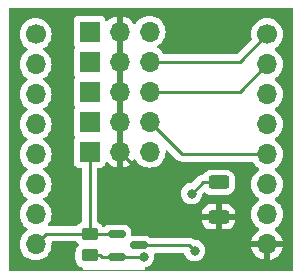
<source format=gbr>
%TF.GenerationSoftware,KiCad,Pcbnew,7.0.10*%
%TF.CreationDate,2024-08-23T10:21:53-04:00*%
%TF.ProjectId,mks_wifi_breakout,6d6b735f-7769-4666-995f-627265616b6f,rev?*%
%TF.SameCoordinates,Original*%
%TF.FileFunction,Copper,L2,Bot*%
%TF.FilePolarity,Positive*%
%FSLAX46Y46*%
G04 Gerber Fmt 4.6, Leading zero omitted, Abs format (unit mm)*
G04 Created by KiCad (PCBNEW 7.0.10) date 2024-08-23 10:21:53*
%MOMM*%
%LPD*%
G01*
G04 APERTURE LIST*
G04 Aperture macros list*
%AMRoundRect*
0 Rectangle with rounded corners*
0 $1 Rounding radius*
0 $2 $3 $4 $5 $6 $7 $8 $9 X,Y pos of 4 corners*
0 Add a 4 corners polygon primitive as box body*
4,1,4,$2,$3,$4,$5,$6,$7,$8,$9,$2,$3,0*
0 Add four circle primitives for the rounded corners*
1,1,$1+$1,$2,$3*
1,1,$1+$1,$4,$5*
1,1,$1+$1,$6,$7*
1,1,$1+$1,$8,$9*
0 Add four rect primitives between the rounded corners*
20,1,$1+$1,$2,$3,$4,$5,0*
20,1,$1+$1,$4,$5,$6,$7,0*
20,1,$1+$1,$6,$7,$8,$9,0*
20,1,$1+$1,$8,$9,$2,$3,0*%
G04 Aperture macros list end*
%TA.AperFunction,ComponentPad*%
%ADD10R,1.700000X1.700000*%
%TD*%
%TA.AperFunction,ComponentPad*%
%ADD11O,1.700000X1.700000*%
%TD*%
%TA.AperFunction,SMDPad,CuDef*%
%ADD12RoundRect,0.150000X-0.587500X-0.150000X0.587500X-0.150000X0.587500X0.150000X-0.587500X0.150000X0*%
%TD*%
%TA.AperFunction,ComponentPad*%
%ADD13C,1.700000*%
%TD*%
%TA.AperFunction,SMDPad,CuDef*%
%ADD14RoundRect,0.250000X0.450000X-0.262500X0.450000X0.262500X-0.450000X0.262500X-0.450000X-0.262500X0*%
%TD*%
%TA.AperFunction,SMDPad,CuDef*%
%ADD15RoundRect,0.250000X0.625000X-0.312500X0.625000X0.312500X-0.625000X0.312500X-0.625000X-0.312500X0*%
%TD*%
%TA.AperFunction,ViaPad*%
%ADD16C,0.800000*%
%TD*%
%TA.AperFunction,Conductor*%
%ADD17C,0.250000*%
%TD*%
%TA.AperFunction,Profile*%
%ADD18C,0.100000*%
%TD*%
G04 APERTURE END LIST*
D10*
%TO.P,PA10,1,Pin_1*%
%TO.N,+3V3*%
X136652000Y-74168000D03*
D11*
%TO.P,PA10,2,Pin_2*%
%TO.N,GND*%
X139192000Y-74168000D03*
%TO.P,PA10,3,Pin_3*%
%TO.N,/PA10*%
X141732000Y-74168000D03*
%TD*%
D10*
%TO.P,PA9,1,Pin_1*%
%TO.N,+3V3*%
X136652000Y-76708000D03*
D11*
%TO.P,PA9,2,Pin_2*%
%TO.N,GND*%
X139192000Y-76708000D03*
%TO.P,PA9,3,Pin_3*%
%TO.N,/PA9*%
X141732000Y-76708000D03*
%TD*%
D10*
%TO.P,PC7,1,Pin_1*%
%TO.N,+3V3*%
X136652000Y-71628000D03*
D11*
%TO.P,PC7,2,Pin_2*%
%TO.N,GND*%
X139192000Y-71628000D03*
%TO.P,PC7,3,Pin_3*%
%TO.N,/IO1*%
X141732000Y-71628000D03*
%TD*%
D10*
%TO.P,PA8,1,Pin_1*%
%TO.N,+3V3*%
X136652000Y-79248000D03*
D11*
%TO.P,PA8,2,Pin_2*%
%TO.N,GND*%
X139192000Y-79248000D03*
%TO.P,PA8,3,Pin_3*%
%TO.N,/IO0*%
X141732000Y-79248000D03*
%TD*%
D10*
%TO.P,PA5,1,Pin_1*%
%TO.N,+3V3*%
X136652000Y-81788000D03*
D11*
%TO.P,PA5,2,Pin_2*%
%TO.N,GND*%
X139192000Y-81788000D03*
%TO.P,PA5,3,Pin_3*%
%TO.N,/PA5*%
X141732000Y-81788000D03*
%TD*%
D12*
%TO.P,Q1,1,G*%
%TO.N,/PA9*%
X138938000Y-90678000D03*
%TO.P,Q1,2,S*%
%TO.N,+3V3*%
X138938000Y-88778000D03*
%TO.P,Q1,3,D*%
%TO.N,Net-(BZ1-+)*%
X140813000Y-89728000D03*
%TD*%
D13*
%TO.P,BLACK,1,Pin_1*%
%TO.N,/PA5*%
X132080000Y-71850000D03*
D11*
%TO.P,BLACK,2,Pin_2*%
%TO.N,unconnected-(J2-Pin_2-Pad2)*%
X132080000Y-74390000D03*
%TO.P,BLACK,3,Pin_3*%
%TO.N,unconnected-(J2-Pin_3-Pad3)*%
X132080000Y-76930000D03*
%TO.P,BLACK,4,Pin_4*%
%TO.N,unconnected-(J2-Pin_4-Pad4)*%
X132080000Y-79470000D03*
%TO.P,BLACK,5,Pin_5*%
%TO.N,unconnected-(J2-Pin_5-Pad5)*%
X132080000Y-82010000D03*
%TO.P,BLACK,6,Pin_6*%
%TO.N,unconnected-(J2-Pin_6-Pad6)*%
X132080000Y-84550000D03*
%TO.P,BLACK,7,Pin_7*%
%TO.N,unconnected-(J2-Pin_7-Pad7)*%
X132080000Y-87090000D03*
%TO.P,BLACK,8,Pin_8*%
%TO.N,+3V3*%
X132080000Y-89630000D03*
%TD*%
D14*
%TO.P,R2,1*%
%TO.N,/PA9*%
X136652000Y-90574500D03*
%TO.P,R2,2*%
%TO.N,+3V3*%
X136652000Y-88749500D03*
%TD*%
D15*
%TO.P,R1,1*%
%TO.N,GND*%
X147574000Y-87314500D03*
%TO.P,R1,2*%
%TO.N,Net-(BZ1--)*%
X147574000Y-84389500D03*
%TD*%
D13*
%TO.P,GREEN,1,Pin_1*%
%TO.N,/PA10*%
X151680000Y-71850000D03*
D11*
%TO.P,GREEN,2,Pin_2*%
%TO.N,/PA9*%
X151680000Y-74390000D03*
%TO.P,GREEN,3,Pin_3*%
%TO.N,unconnected-(J1-Pin_3-Pad3)*%
X151680000Y-76930000D03*
%TO.P,GREEN,4,Pin_4*%
%TO.N,/IO1*%
X151680000Y-79470000D03*
%TO.P,GREEN,5,Pin_5*%
%TO.N,/IO0*%
X151680000Y-82010000D03*
%TO.P,GREEN,6,Pin_6*%
%TO.N,unconnected-(J1-Pin_6-Pad6)*%
X151680000Y-84550000D03*
%TO.P,GREEN,7,Pin_7*%
%TO.N,unconnected-(J1-Pin_7-Pad7)*%
X151680000Y-87090000D03*
%TO.P,GREEN,8,Pin_8*%
%TO.N,GND*%
X151680000Y-89630000D03*
%TD*%
D16*
%TO.N,Net-(BZ1-+)*%
X145542000Y-90170000D03*
%TO.N,Net-(BZ1--)*%
X145288000Y-85344000D03*
%TO.N,/PA9*%
X141224000Y-90678000D03*
%TD*%
D17*
%TO.N,Net-(BZ1-+)*%
X140813000Y-89728000D02*
X145100000Y-89728000D01*
X145100000Y-89728000D02*
X145542000Y-90170000D01*
%TO.N,Net-(BZ1--)*%
X147574000Y-84389500D02*
X146242500Y-84389500D01*
X146242500Y-84389500D02*
X145288000Y-85344000D01*
%TO.N,/PA10*%
X149362000Y-74168000D02*
X151680000Y-71850000D01*
X141732000Y-74168000D02*
X149362000Y-74168000D01*
%TO.N,/PA9*%
X136652000Y-90574500D02*
X137564500Y-90574500D01*
X137564500Y-90574500D02*
X137668000Y-90678000D01*
X149362000Y-76708000D02*
X151680000Y-74390000D01*
X141224000Y-90678000D02*
X138938000Y-90678000D01*
X137668000Y-90678000D02*
X138938000Y-90678000D01*
X141732000Y-76708000D02*
X149362000Y-76708000D01*
%TO.N,/IO0*%
X141732000Y-79248000D02*
X144494000Y-82010000D01*
X144494000Y-82010000D02*
X151680000Y-82010000D01*
%TO.N,GND*%
X139192000Y-81788000D02*
X144718500Y-87314500D01*
X147574000Y-87314500D02*
X147574000Y-88646000D01*
X147574000Y-88646000D02*
X148558000Y-89630000D01*
X144718500Y-87314500D02*
X147574000Y-87314500D01*
X148558000Y-89630000D02*
X151680000Y-89630000D01*
%TO.N,+3V3*%
X136652000Y-88749500D02*
X132960500Y-88749500D01*
X136680500Y-88778000D02*
X136652000Y-88749500D01*
X136652000Y-81788000D02*
X136652000Y-88749500D01*
X132960500Y-88749500D02*
X132080000Y-89630000D01*
X138938000Y-88778000D02*
X136680500Y-88778000D01*
%TD*%
%TA.AperFunction,Conductor*%
%TO.N,GND*%
G36*
X153742539Y-69620185D02*
G01*
X153788294Y-69672989D01*
X153799500Y-69724500D01*
X153799500Y-91675500D01*
X153779815Y-91742539D01*
X153727011Y-91788294D01*
X153675500Y-91799500D01*
X141458704Y-91799500D01*
X141391665Y-91779815D01*
X141345910Y-91727011D01*
X141335966Y-91657853D01*
X141364991Y-91594297D01*
X141423769Y-91556523D01*
X141432923Y-91554210D01*
X141458398Y-91548794D01*
X141503803Y-91539144D01*
X141676730Y-91462151D01*
X141829871Y-91350888D01*
X141956533Y-91210216D01*
X142051179Y-91046284D01*
X142109674Y-90866256D01*
X142129460Y-90678000D01*
X142109749Y-90490459D01*
X142122319Y-90421731D01*
X142170051Y-90370708D01*
X142233070Y-90353500D01*
X144564689Y-90353500D01*
X144631728Y-90373185D01*
X144677483Y-90425989D01*
X144682620Y-90439181D01*
X144714819Y-90538280D01*
X144714821Y-90538284D01*
X144809467Y-90702216D01*
X144900754Y-90803600D01*
X144936129Y-90842888D01*
X145089265Y-90954148D01*
X145089270Y-90954151D01*
X145262192Y-91031142D01*
X145262197Y-91031144D01*
X145447354Y-91070500D01*
X145447355Y-91070500D01*
X145636644Y-91070500D01*
X145636646Y-91070500D01*
X145821803Y-91031144D01*
X145994730Y-90954151D01*
X146147871Y-90842888D01*
X146274533Y-90702216D01*
X146369179Y-90538284D01*
X146427674Y-90358256D01*
X146447460Y-90170000D01*
X146427674Y-89981744D01*
X146369179Y-89801716D01*
X146274533Y-89637784D01*
X146147871Y-89497112D01*
X146125223Y-89480657D01*
X145994734Y-89385851D01*
X145994729Y-89385848D01*
X145821807Y-89308857D01*
X145821802Y-89308855D01*
X145676001Y-89277865D01*
X145636646Y-89269500D01*
X145636645Y-89269500D01*
X145574585Y-89269500D01*
X145507546Y-89249815D01*
X145489700Y-89235891D01*
X145470584Y-89217940D01*
X145470582Y-89217938D01*
X145453029Y-89208288D01*
X145436763Y-89197604D01*
X145420932Y-89185324D01*
X145380849Y-89167978D01*
X145370363Y-89162841D01*
X145332094Y-89141803D01*
X145332092Y-89141802D01*
X145312693Y-89136822D01*
X145294281Y-89130518D01*
X145275898Y-89122562D01*
X145275892Y-89122560D01*
X145232760Y-89115729D01*
X145221322Y-89113361D01*
X145179020Y-89102500D01*
X145179019Y-89102500D01*
X145158984Y-89102500D01*
X145139586Y-89100973D01*
X145132162Y-89099797D01*
X145119805Y-89097840D01*
X145119804Y-89097840D01*
X145076325Y-89101950D01*
X145064656Y-89102500D01*
X141896309Y-89102500D01*
X141829270Y-89082815D01*
X141808628Y-89066181D01*
X141802370Y-89059923D01*
X141802362Y-89059917D01*
X141660896Y-88976255D01*
X141660893Y-88976254D01*
X141503073Y-88930402D01*
X141503067Y-88930401D01*
X141466201Y-88927500D01*
X141466194Y-88927500D01*
X140300000Y-88927500D01*
X140232961Y-88907815D01*
X140187206Y-88855011D01*
X140176000Y-88803500D01*
X140176000Y-88562313D01*
X140175999Y-88562298D01*
X140173098Y-88525432D01*
X140173097Y-88525426D01*
X140127245Y-88367606D01*
X140127244Y-88367603D01*
X140127244Y-88367602D01*
X140043581Y-88226135D01*
X140043579Y-88226133D01*
X140043576Y-88226129D01*
X139927370Y-88109923D01*
X139927362Y-88109917D01*
X139785896Y-88026255D01*
X139785893Y-88026254D01*
X139628073Y-87980402D01*
X139628067Y-87980401D01*
X139591201Y-87977500D01*
X139591194Y-87977500D01*
X138284806Y-87977500D01*
X138284798Y-87977500D01*
X138247932Y-87980401D01*
X138247926Y-87980402D01*
X138090106Y-88026254D01*
X138090103Y-88026255D01*
X137948637Y-88109917D01*
X137948629Y-88109923D01*
X137942372Y-88116181D01*
X137881049Y-88149666D01*
X137854691Y-88152500D01*
X137846667Y-88152500D01*
X137779628Y-88132815D01*
X137741128Y-88093597D01*
X137723549Y-88065097D01*
X137694712Y-88018344D01*
X137570656Y-87894288D01*
X137421334Y-87802186D01*
X137362493Y-87782688D01*
X137305051Y-87742916D01*
X137278228Y-87678400D01*
X137277500Y-87664983D01*
X137277500Y-87564500D01*
X146199001Y-87564500D01*
X146199001Y-87676986D01*
X146209494Y-87779697D01*
X146264641Y-87946119D01*
X146264643Y-87946124D01*
X146356684Y-88095345D01*
X146480654Y-88219315D01*
X146629875Y-88311356D01*
X146629880Y-88311358D01*
X146796302Y-88366505D01*
X146796309Y-88366506D01*
X146899019Y-88376999D01*
X147323999Y-88376999D01*
X147324000Y-88376998D01*
X147324000Y-87564500D01*
X147824000Y-87564500D01*
X147824000Y-88376999D01*
X148248972Y-88376999D01*
X148248986Y-88376998D01*
X148351697Y-88366505D01*
X148518119Y-88311358D01*
X148518124Y-88311356D01*
X148667345Y-88219315D01*
X148791315Y-88095345D01*
X148883356Y-87946124D01*
X148883358Y-87946119D01*
X148938505Y-87779697D01*
X148938506Y-87779690D01*
X148948999Y-87676986D01*
X148949000Y-87676973D01*
X148949000Y-87564500D01*
X147824000Y-87564500D01*
X147324000Y-87564500D01*
X146199001Y-87564500D01*
X137277500Y-87564500D01*
X137277500Y-87064500D01*
X146199000Y-87064500D01*
X147324000Y-87064500D01*
X147324000Y-86252000D01*
X147824000Y-86252000D01*
X147824000Y-87064500D01*
X148948999Y-87064500D01*
X148948999Y-86952028D01*
X148948998Y-86952013D01*
X148938505Y-86849302D01*
X148883358Y-86682880D01*
X148883356Y-86682875D01*
X148791315Y-86533654D01*
X148667345Y-86409684D01*
X148518124Y-86317643D01*
X148518119Y-86317641D01*
X148351697Y-86262494D01*
X148351690Y-86262493D01*
X148248986Y-86252000D01*
X147824000Y-86252000D01*
X147324000Y-86252000D01*
X146899028Y-86252000D01*
X146899012Y-86252001D01*
X146796302Y-86262494D01*
X146629880Y-86317641D01*
X146629875Y-86317643D01*
X146480654Y-86409684D01*
X146356684Y-86533654D01*
X146264643Y-86682875D01*
X146264641Y-86682880D01*
X146209494Y-86849302D01*
X146209493Y-86849309D01*
X146199000Y-86952013D01*
X146199000Y-87064500D01*
X137277500Y-87064500D01*
X137277500Y-85344000D01*
X144382540Y-85344000D01*
X144402326Y-85532256D01*
X144402327Y-85532259D01*
X144460818Y-85712277D01*
X144460821Y-85712284D01*
X144555467Y-85876216D01*
X144596309Y-85921575D01*
X144682129Y-86016888D01*
X144835265Y-86128148D01*
X144835270Y-86128151D01*
X145008192Y-86205142D01*
X145008197Y-86205144D01*
X145193354Y-86244500D01*
X145193355Y-86244500D01*
X145382644Y-86244500D01*
X145382646Y-86244500D01*
X145567803Y-86205144D01*
X145740730Y-86128151D01*
X145893871Y-86016888D01*
X146020533Y-85876216D01*
X146115179Y-85712284D01*
X146173674Y-85532256D01*
X146191321Y-85364344D01*
X146217904Y-85299734D01*
X146226952Y-85289637D01*
X146263431Y-85253159D01*
X146324755Y-85219674D01*
X146394446Y-85224660D01*
X146438792Y-85253160D01*
X146480344Y-85294712D01*
X146629666Y-85386814D01*
X146796203Y-85441999D01*
X146898991Y-85452500D01*
X148249008Y-85452499D01*
X148351797Y-85441999D01*
X148518334Y-85386814D01*
X148667656Y-85294712D01*
X148791712Y-85170656D01*
X148883814Y-85021334D01*
X148938999Y-84854797D01*
X148949500Y-84752009D01*
X148949499Y-84026992D01*
X148938999Y-83924203D01*
X148883814Y-83757666D01*
X148791712Y-83608344D01*
X148667656Y-83484288D01*
X148518334Y-83392186D01*
X148351797Y-83337001D01*
X148351795Y-83337000D01*
X148249010Y-83326500D01*
X146898998Y-83326500D01*
X146898981Y-83326501D01*
X146796203Y-83337000D01*
X146796200Y-83337001D01*
X146629668Y-83392185D01*
X146629663Y-83392187D01*
X146480342Y-83484289D01*
X146356289Y-83608342D01*
X146296249Y-83705683D01*
X146244301Y-83752408D01*
X146206240Y-83763610D01*
X146203151Y-83764000D01*
X146203150Y-83764000D01*
X146200601Y-83764321D01*
X146199166Y-83764503D01*
X146187533Y-83765418D01*
X146143873Y-83766790D01*
X146124629Y-83772381D01*
X146105579Y-83776325D01*
X146085711Y-83778834D01*
X146085710Y-83778834D01*
X146045099Y-83794913D01*
X146034054Y-83798694D01*
X145992114Y-83810879D01*
X145992110Y-83810881D01*
X145974866Y-83821079D01*
X145957405Y-83829633D01*
X145938774Y-83837010D01*
X145938762Y-83837017D01*
X145903433Y-83862685D01*
X145893673Y-83869096D01*
X145856080Y-83891329D01*
X145841914Y-83905495D01*
X145827124Y-83918127D01*
X145810914Y-83929904D01*
X145810911Y-83929907D01*
X145783073Y-83963558D01*
X145775211Y-83972197D01*
X145340228Y-84407181D01*
X145278905Y-84440666D01*
X145252547Y-84443500D01*
X145193354Y-84443500D01*
X145160897Y-84450398D01*
X145008197Y-84482855D01*
X145008192Y-84482857D01*
X144835270Y-84559848D01*
X144835265Y-84559851D01*
X144682129Y-84671111D01*
X144555466Y-84811785D01*
X144460821Y-84975715D01*
X144460818Y-84975722D01*
X144402327Y-85155740D01*
X144402326Y-85155744D01*
X144382540Y-85344000D01*
X137277500Y-85344000D01*
X137277500Y-83262499D01*
X137297185Y-83195460D01*
X137349989Y-83149705D01*
X137401500Y-83138499D01*
X137549871Y-83138499D01*
X137549872Y-83138499D01*
X137609483Y-83132091D01*
X137744331Y-83081796D01*
X137859546Y-82995546D01*
X137945796Y-82880331D01*
X137995002Y-82748401D01*
X138036872Y-82692468D01*
X138102337Y-82668050D01*
X138170610Y-82682901D01*
X138198865Y-82704053D01*
X138320917Y-82826105D01*
X138514421Y-82961600D01*
X138728507Y-83061429D01*
X138728516Y-83061433D01*
X138942000Y-83118634D01*
X138942000Y-82223501D01*
X139049685Y-82272680D01*
X139156237Y-82288000D01*
X139227763Y-82288000D01*
X139334315Y-82272680D01*
X139442000Y-82223501D01*
X139442000Y-83118633D01*
X139655483Y-83061433D01*
X139655492Y-83061429D01*
X139869578Y-82961600D01*
X140063082Y-82826105D01*
X140230105Y-82659082D01*
X140360119Y-82473405D01*
X140414696Y-82429781D01*
X140484195Y-82422588D01*
X140546549Y-82454110D01*
X140563269Y-82473405D01*
X140693505Y-82659401D01*
X140860599Y-82826495D01*
X140939004Y-82881395D01*
X141054165Y-82962032D01*
X141054167Y-82962033D01*
X141054170Y-82962035D01*
X141268337Y-83061903D01*
X141496592Y-83123063D01*
X141673034Y-83138500D01*
X141731999Y-83143659D01*
X141732000Y-83143659D01*
X141732001Y-83143659D01*
X141790966Y-83138500D01*
X141967408Y-83123063D01*
X142195663Y-83061903D01*
X142409830Y-82962035D01*
X142603401Y-82826495D01*
X142770495Y-82659401D01*
X142906035Y-82465830D01*
X143005903Y-82251663D01*
X143067063Y-82023408D01*
X143087659Y-81788000D01*
X143087659Y-81787612D01*
X143087707Y-81787446D01*
X143088131Y-81782606D01*
X143089103Y-81782691D01*
X143107344Y-81720573D01*
X143160148Y-81674818D01*
X143229306Y-81664874D01*
X143292862Y-81693899D01*
X143299340Y-81699931D01*
X143993197Y-82393788D01*
X144003022Y-82406051D01*
X144003243Y-82405869D01*
X144008211Y-82411874D01*
X144057222Y-82457899D01*
X144060021Y-82460612D01*
X144079522Y-82480114D01*
X144079526Y-82480117D01*
X144079529Y-82480120D01*
X144082702Y-82482581D01*
X144091574Y-82490159D01*
X144123418Y-82520062D01*
X144140976Y-82529714D01*
X144157233Y-82540393D01*
X144173064Y-82552673D01*
X144202803Y-82565542D01*
X144213152Y-82570021D01*
X144223641Y-82575160D01*
X144247457Y-82588252D01*
X144261908Y-82596197D01*
X144274523Y-82599435D01*
X144281305Y-82601177D01*
X144299719Y-82607481D01*
X144318104Y-82615438D01*
X144361261Y-82622273D01*
X144372656Y-82624632D01*
X144414981Y-82635500D01*
X144435016Y-82635500D01*
X144454413Y-82637026D01*
X144474196Y-82640160D01*
X144517675Y-82636050D01*
X144529344Y-82635500D01*
X150404773Y-82635500D01*
X150471812Y-82655185D01*
X150506348Y-82688377D01*
X150641501Y-82881396D01*
X150641506Y-82881402D01*
X150808597Y-83048493D01*
X150808603Y-83048498D01*
X150994158Y-83178425D01*
X151037783Y-83233002D01*
X151044977Y-83302500D01*
X151013454Y-83364855D01*
X150994158Y-83381575D01*
X150808597Y-83511505D01*
X150641505Y-83678597D01*
X150505965Y-83872169D01*
X150505964Y-83872171D01*
X150406098Y-84086335D01*
X150406094Y-84086344D01*
X150344938Y-84314586D01*
X150344936Y-84314596D01*
X150324341Y-84549999D01*
X150324341Y-84550000D01*
X150344936Y-84785403D01*
X150344938Y-84785413D01*
X150406094Y-85013655D01*
X150406096Y-85013659D01*
X150406097Y-85013663D01*
X150472349Y-85155740D01*
X150505965Y-85227830D01*
X150505967Y-85227834D01*
X150587308Y-85344000D01*
X150617285Y-85386812D01*
X150641501Y-85421395D01*
X150641506Y-85421402D01*
X150808597Y-85588493D01*
X150808603Y-85588498D01*
X150994158Y-85718425D01*
X151037783Y-85773002D01*
X151044977Y-85842500D01*
X151013454Y-85904855D01*
X150994158Y-85921575D01*
X150808597Y-86051505D01*
X150641505Y-86218597D01*
X150505965Y-86412169D01*
X150505964Y-86412171D01*
X150406098Y-86626335D01*
X150406094Y-86626344D01*
X150344938Y-86854586D01*
X150344936Y-86854596D01*
X150324341Y-87089999D01*
X150324341Y-87090000D01*
X150344936Y-87325403D01*
X150344938Y-87325413D01*
X150406094Y-87553655D01*
X150406096Y-87553659D01*
X150406097Y-87553663D01*
X150458007Y-87664983D01*
X150505965Y-87767830D01*
X150505967Y-87767834D01*
X150614281Y-87922521D01*
X150630804Y-87946119D01*
X150641501Y-87961395D01*
X150641506Y-87961402D01*
X150808597Y-88128493D01*
X150808603Y-88128498D01*
X150994594Y-88258730D01*
X151038219Y-88313307D01*
X151045413Y-88382805D01*
X151013890Y-88445160D01*
X150994595Y-88461880D01*
X150808922Y-88591890D01*
X150808920Y-88591891D01*
X150641891Y-88758920D01*
X150641886Y-88758926D01*
X150506400Y-88952420D01*
X150506399Y-88952422D01*
X150406570Y-89166507D01*
X150406567Y-89166513D01*
X150349364Y-89379999D01*
X150349364Y-89380000D01*
X151246314Y-89380000D01*
X151220507Y-89420156D01*
X151180000Y-89558111D01*
X151180000Y-89701889D01*
X151220507Y-89839844D01*
X151246314Y-89880000D01*
X150349364Y-89880000D01*
X150406567Y-90093486D01*
X150406570Y-90093492D01*
X150506399Y-90307578D01*
X150641894Y-90501082D01*
X150808917Y-90668105D01*
X151002421Y-90803600D01*
X151216507Y-90903429D01*
X151216516Y-90903433D01*
X151430000Y-90960634D01*
X151430000Y-90065501D01*
X151537685Y-90114680D01*
X151644237Y-90130000D01*
X151715763Y-90130000D01*
X151822315Y-90114680D01*
X151930000Y-90065501D01*
X151930000Y-90960633D01*
X152143483Y-90903433D01*
X152143492Y-90903429D01*
X152357578Y-90803600D01*
X152551082Y-90668105D01*
X152718105Y-90501082D01*
X152853600Y-90307578D01*
X152953429Y-90093492D01*
X152953432Y-90093486D01*
X153010636Y-89880000D01*
X152113686Y-89880000D01*
X152139493Y-89839844D01*
X152180000Y-89701889D01*
X152180000Y-89558111D01*
X152139493Y-89420156D01*
X152113686Y-89380000D01*
X153010636Y-89380000D01*
X153010635Y-89379999D01*
X152953432Y-89166513D01*
X152953429Y-89166507D01*
X152853600Y-88952422D01*
X152853599Y-88952420D01*
X152718113Y-88758926D01*
X152718108Y-88758920D01*
X152551078Y-88591890D01*
X152365405Y-88461879D01*
X152321780Y-88407302D01*
X152314588Y-88337804D01*
X152346110Y-88275449D01*
X152365406Y-88258730D01*
X152365842Y-88258425D01*
X152551401Y-88128495D01*
X152718495Y-87961401D01*
X152854035Y-87767830D01*
X152953903Y-87553663D01*
X153015063Y-87325408D01*
X153035659Y-87090000D01*
X153015063Y-86854592D01*
X152953903Y-86626337D01*
X152854035Y-86412171D01*
X152749231Y-86262494D01*
X152718494Y-86218597D01*
X152551402Y-86051506D01*
X152551396Y-86051501D01*
X152365842Y-85921575D01*
X152322217Y-85866998D01*
X152315023Y-85797500D01*
X152346546Y-85735145D01*
X152365842Y-85718425D01*
X152388026Y-85702891D01*
X152551401Y-85588495D01*
X152718495Y-85421401D01*
X152854035Y-85227830D01*
X152953903Y-85013663D01*
X153015063Y-84785408D01*
X153035659Y-84550000D01*
X153015063Y-84314592D01*
X152953903Y-84086337D01*
X152854035Y-83872171D01*
X152849800Y-83866122D01*
X152718494Y-83678597D01*
X152551402Y-83511506D01*
X152551396Y-83511501D01*
X152365842Y-83381575D01*
X152322217Y-83326998D01*
X152315023Y-83257500D01*
X152346546Y-83195145D01*
X152365842Y-83178425D01*
X152422862Y-83138499D01*
X152551401Y-83048495D01*
X152718495Y-82881401D01*
X152854035Y-82687830D01*
X152953903Y-82473663D01*
X153015063Y-82245408D01*
X153035659Y-82010000D01*
X153034595Y-81997844D01*
X153031539Y-81962918D01*
X153015063Y-81774592D01*
X152953903Y-81546337D01*
X152854035Y-81332171D01*
X152853652Y-81331623D01*
X152718494Y-81138597D01*
X152551402Y-80971506D01*
X152551396Y-80971501D01*
X152365842Y-80841575D01*
X152322217Y-80786998D01*
X152315023Y-80717500D01*
X152346546Y-80655145D01*
X152365842Y-80638425D01*
X152470706Y-80564998D01*
X152551401Y-80508495D01*
X152718495Y-80341401D01*
X152854035Y-80147830D01*
X152953903Y-79933663D01*
X153015063Y-79705408D01*
X153035659Y-79470000D01*
X153034595Y-79457844D01*
X153031539Y-79422918D01*
X153015063Y-79234592D01*
X152955579Y-79012592D01*
X152953905Y-79006344D01*
X152953904Y-79006343D01*
X152953903Y-79006337D01*
X152854035Y-78792171D01*
X152848555Y-78784344D01*
X152718494Y-78598597D01*
X152551402Y-78431506D01*
X152551396Y-78431501D01*
X152365842Y-78301575D01*
X152322217Y-78246998D01*
X152315023Y-78177500D01*
X152346546Y-78115145D01*
X152365842Y-78098425D01*
X152470706Y-78024998D01*
X152551401Y-77968495D01*
X152718495Y-77801401D01*
X152854035Y-77607830D01*
X152953903Y-77393663D01*
X153015063Y-77165408D01*
X153035659Y-76930000D01*
X153034595Y-76917844D01*
X153025024Y-76808444D01*
X153015063Y-76694592D01*
X152953903Y-76466337D01*
X152854035Y-76252171D01*
X152833834Y-76223320D01*
X152718494Y-76058597D01*
X152551402Y-75891506D01*
X152551396Y-75891501D01*
X152365842Y-75761575D01*
X152322217Y-75706998D01*
X152315023Y-75637500D01*
X152346546Y-75575145D01*
X152365842Y-75558425D01*
X152470706Y-75484998D01*
X152551401Y-75428495D01*
X152718495Y-75261401D01*
X152854035Y-75067830D01*
X152953903Y-74853663D01*
X153015063Y-74625408D01*
X153035659Y-74390000D01*
X153034595Y-74377844D01*
X153025024Y-74268444D01*
X153015063Y-74154592D01*
X152953903Y-73926337D01*
X152854035Y-73712171D01*
X152833834Y-73683320D01*
X152718494Y-73518597D01*
X152551402Y-73351506D01*
X152551396Y-73351501D01*
X152365842Y-73221575D01*
X152322217Y-73166998D01*
X152315023Y-73097500D01*
X152346546Y-73035145D01*
X152365842Y-73018425D01*
X152470706Y-72944998D01*
X152551401Y-72888495D01*
X152718495Y-72721401D01*
X152854035Y-72527830D01*
X152953903Y-72313663D01*
X153015063Y-72085408D01*
X153035659Y-71850000D01*
X153034595Y-71837844D01*
X153031539Y-71802918D01*
X153015063Y-71614592D01*
X152955579Y-71392592D01*
X152953905Y-71386344D01*
X152953904Y-71386343D01*
X152953903Y-71386337D01*
X152854035Y-71172171D01*
X152848555Y-71164344D01*
X152718494Y-70978597D01*
X152551402Y-70811506D01*
X152551395Y-70811501D01*
X152357834Y-70675967D01*
X152357830Y-70675965D01*
X152339887Y-70667598D01*
X152143663Y-70576097D01*
X152143659Y-70576096D01*
X152143655Y-70576094D01*
X151915413Y-70514938D01*
X151915403Y-70514936D01*
X151680001Y-70494341D01*
X151679999Y-70494341D01*
X151444596Y-70514936D01*
X151444586Y-70514938D01*
X151216344Y-70576094D01*
X151216335Y-70576098D01*
X151002171Y-70675964D01*
X151002169Y-70675965D01*
X150808597Y-70811505D01*
X150641505Y-70978597D01*
X150505965Y-71172169D01*
X150505964Y-71172171D01*
X150406098Y-71386335D01*
X150406094Y-71386344D01*
X150344938Y-71614586D01*
X150344936Y-71614596D01*
X150324341Y-71849999D01*
X150324341Y-71850000D01*
X150344936Y-72085403D01*
X150344938Y-72085413D01*
X150371856Y-72185872D01*
X150370193Y-72255722D01*
X150339762Y-72305646D01*
X149139228Y-73506181D01*
X149077905Y-73539666D01*
X149051547Y-73542500D01*
X143007227Y-73542500D01*
X142940188Y-73522815D01*
X142905652Y-73489623D01*
X142770494Y-73296597D01*
X142603402Y-73129506D01*
X142603396Y-73129501D01*
X142417842Y-72999575D01*
X142374217Y-72944998D01*
X142367023Y-72875500D01*
X142398546Y-72813145D01*
X142417842Y-72796425D01*
X142440026Y-72780891D01*
X142603401Y-72666495D01*
X142770495Y-72499401D01*
X142906035Y-72305830D01*
X143005903Y-72091663D01*
X143067063Y-71863408D01*
X143087659Y-71628000D01*
X143067063Y-71392592D01*
X143005903Y-71164337D01*
X142906035Y-70950171D01*
X142900731Y-70942595D01*
X142770494Y-70756597D01*
X142603402Y-70589506D01*
X142603395Y-70589501D01*
X142409834Y-70453967D01*
X142409830Y-70453965D01*
X142409828Y-70453964D01*
X142195663Y-70354097D01*
X142195659Y-70354096D01*
X142195655Y-70354094D01*
X141967413Y-70292938D01*
X141967403Y-70292936D01*
X141732001Y-70272341D01*
X141731999Y-70272341D01*
X141496596Y-70292936D01*
X141496586Y-70292938D01*
X141268344Y-70354094D01*
X141268335Y-70354098D01*
X141054171Y-70453964D01*
X141054169Y-70453965D01*
X140860597Y-70589505D01*
X140693508Y-70756594D01*
X140563269Y-70942595D01*
X140508692Y-70986219D01*
X140439193Y-70993412D01*
X140376839Y-70961890D01*
X140360119Y-70942594D01*
X140230113Y-70756926D01*
X140230108Y-70756920D01*
X140063082Y-70589894D01*
X139869578Y-70454399D01*
X139655492Y-70354570D01*
X139655486Y-70354567D01*
X139442000Y-70297364D01*
X139442000Y-71192498D01*
X139334315Y-71143320D01*
X139227763Y-71128000D01*
X139156237Y-71128000D01*
X139049685Y-71143320D01*
X138942000Y-71192498D01*
X138942000Y-70297364D01*
X138941999Y-70297364D01*
X138728513Y-70354567D01*
X138728507Y-70354570D01*
X138514422Y-70454399D01*
X138514420Y-70454400D01*
X138320926Y-70589886D01*
X138198865Y-70711947D01*
X138137542Y-70745431D01*
X138067850Y-70740447D01*
X138011917Y-70698575D01*
X137995002Y-70667598D01*
X137945797Y-70535671D01*
X137945793Y-70535664D01*
X137859547Y-70420455D01*
X137859544Y-70420452D01*
X137744335Y-70334206D01*
X137744328Y-70334202D01*
X137609482Y-70283908D01*
X137609483Y-70283908D01*
X137549883Y-70277501D01*
X137549881Y-70277500D01*
X137549873Y-70277500D01*
X137549864Y-70277500D01*
X135754129Y-70277500D01*
X135754123Y-70277501D01*
X135694516Y-70283908D01*
X135559671Y-70334202D01*
X135559664Y-70334206D01*
X135444455Y-70420452D01*
X135444452Y-70420455D01*
X135358206Y-70535664D01*
X135358202Y-70535671D01*
X135307908Y-70670517D01*
X135301501Y-70730116D01*
X135301500Y-70730135D01*
X135301500Y-72525870D01*
X135301501Y-72525876D01*
X135307908Y-72585483D01*
X135358202Y-72720328D01*
X135358203Y-72720330D01*
X135435578Y-72823689D01*
X135459995Y-72889153D01*
X135445144Y-72957426D01*
X135435578Y-72972311D01*
X135358203Y-73075669D01*
X135358202Y-73075671D01*
X135307908Y-73210517D01*
X135301501Y-73270116D01*
X135301500Y-73270135D01*
X135301500Y-75065870D01*
X135301501Y-75065876D01*
X135307908Y-75125483D01*
X135358202Y-75260328D01*
X135358203Y-75260330D01*
X135435578Y-75363689D01*
X135459995Y-75429153D01*
X135445144Y-75497426D01*
X135435578Y-75512311D01*
X135358203Y-75615669D01*
X135358202Y-75615671D01*
X135307908Y-75750517D01*
X135301501Y-75810116D01*
X135301500Y-75810135D01*
X135301500Y-77605870D01*
X135301501Y-77605876D01*
X135307908Y-77665483D01*
X135358202Y-77800328D01*
X135358203Y-77800330D01*
X135435578Y-77903689D01*
X135459995Y-77969153D01*
X135445144Y-78037426D01*
X135435578Y-78052311D01*
X135358203Y-78155669D01*
X135358202Y-78155671D01*
X135307908Y-78290517D01*
X135301501Y-78350116D01*
X135301500Y-78350135D01*
X135301500Y-80145870D01*
X135301501Y-80145876D01*
X135307908Y-80205483D01*
X135358202Y-80340328D01*
X135358203Y-80340330D01*
X135435578Y-80443689D01*
X135459995Y-80509153D01*
X135445144Y-80577426D01*
X135435578Y-80592311D01*
X135358203Y-80695669D01*
X135358202Y-80695671D01*
X135307908Y-80830517D01*
X135301501Y-80890116D01*
X135301500Y-80890135D01*
X135301500Y-82685870D01*
X135301501Y-82685876D01*
X135307908Y-82745483D01*
X135358202Y-82880328D01*
X135358206Y-82880335D01*
X135444452Y-82995544D01*
X135444455Y-82995547D01*
X135559664Y-83081793D01*
X135559671Y-83081797D01*
X135604618Y-83098561D01*
X135694517Y-83132091D01*
X135754127Y-83138500D01*
X135902500Y-83138499D01*
X135969539Y-83158183D01*
X136015294Y-83210987D01*
X136026500Y-83262499D01*
X136026500Y-87664983D01*
X136006815Y-87732022D01*
X135954011Y-87777777D01*
X135941510Y-87782686D01*
X135882666Y-87802186D01*
X135882663Y-87802187D01*
X135733342Y-87894289D01*
X135609289Y-88018342D01*
X135609288Y-88018344D01*
X135588831Y-88051511D01*
X135580451Y-88065097D01*
X135528503Y-88111821D01*
X135474912Y-88124000D01*
X133242843Y-88124000D01*
X133175804Y-88104315D01*
X133130049Y-88051511D01*
X133120105Y-87982353D01*
X133141266Y-87928880D01*
X133254035Y-87767830D01*
X133353903Y-87553663D01*
X133415063Y-87325408D01*
X133435659Y-87090000D01*
X133415063Y-86854592D01*
X133353903Y-86626337D01*
X133254035Y-86412171D01*
X133149231Y-86262494D01*
X133118494Y-86218597D01*
X132951402Y-86051506D01*
X132951396Y-86051501D01*
X132765842Y-85921575D01*
X132722217Y-85866998D01*
X132715023Y-85797500D01*
X132746546Y-85735145D01*
X132765842Y-85718425D01*
X132788026Y-85702891D01*
X132951401Y-85588495D01*
X133118495Y-85421401D01*
X133254035Y-85227830D01*
X133353903Y-85013663D01*
X133415063Y-84785408D01*
X133435659Y-84550000D01*
X133415063Y-84314592D01*
X133353903Y-84086337D01*
X133254035Y-83872171D01*
X133249800Y-83866122D01*
X133118494Y-83678597D01*
X132951402Y-83511506D01*
X132951396Y-83511501D01*
X132765842Y-83381575D01*
X132722217Y-83326998D01*
X132715023Y-83257500D01*
X132746546Y-83195145D01*
X132765842Y-83178425D01*
X132822862Y-83138499D01*
X132951401Y-83048495D01*
X133118495Y-82881401D01*
X133254035Y-82687830D01*
X133353903Y-82473663D01*
X133415063Y-82245408D01*
X133435659Y-82010000D01*
X133434595Y-81997844D01*
X133431539Y-81962918D01*
X133415063Y-81774592D01*
X133353903Y-81546337D01*
X133254035Y-81332171D01*
X133253652Y-81331623D01*
X133118494Y-81138597D01*
X132951402Y-80971506D01*
X132951396Y-80971501D01*
X132765842Y-80841575D01*
X132722217Y-80786998D01*
X132715023Y-80717500D01*
X132746546Y-80655145D01*
X132765842Y-80638425D01*
X132870706Y-80564998D01*
X132951401Y-80508495D01*
X133118495Y-80341401D01*
X133254035Y-80147830D01*
X133353903Y-79933663D01*
X133415063Y-79705408D01*
X133435659Y-79470000D01*
X133434595Y-79457844D01*
X133431539Y-79422918D01*
X133415063Y-79234592D01*
X133355579Y-79012592D01*
X133353905Y-79006344D01*
X133353904Y-79006343D01*
X133353903Y-79006337D01*
X133254035Y-78792171D01*
X133248555Y-78784344D01*
X133118494Y-78598597D01*
X132951402Y-78431506D01*
X132951396Y-78431501D01*
X132765842Y-78301575D01*
X132722217Y-78246998D01*
X132715023Y-78177500D01*
X132746546Y-78115145D01*
X132765842Y-78098425D01*
X132870706Y-78024998D01*
X132951401Y-77968495D01*
X133118495Y-77801401D01*
X133254035Y-77607830D01*
X133353903Y-77393663D01*
X133415063Y-77165408D01*
X133435659Y-76930000D01*
X133434595Y-76917844D01*
X133425024Y-76808444D01*
X133415063Y-76694592D01*
X133353903Y-76466337D01*
X133254035Y-76252171D01*
X133233834Y-76223320D01*
X133118494Y-76058597D01*
X132951402Y-75891506D01*
X132951396Y-75891501D01*
X132765842Y-75761575D01*
X132722217Y-75706998D01*
X132715023Y-75637500D01*
X132746546Y-75575145D01*
X132765842Y-75558425D01*
X132870706Y-75484998D01*
X132951401Y-75428495D01*
X133118495Y-75261401D01*
X133254035Y-75067830D01*
X133353903Y-74853663D01*
X133415063Y-74625408D01*
X133435659Y-74390000D01*
X133434595Y-74377844D01*
X133425024Y-74268444D01*
X133415063Y-74154592D01*
X133353903Y-73926337D01*
X133254035Y-73712171D01*
X133233834Y-73683320D01*
X133118494Y-73518597D01*
X132951402Y-73351506D01*
X132951396Y-73351501D01*
X132765842Y-73221575D01*
X132722217Y-73166998D01*
X132715023Y-73097500D01*
X132746546Y-73035145D01*
X132765842Y-73018425D01*
X132870706Y-72944998D01*
X132951401Y-72888495D01*
X133118495Y-72721401D01*
X133254035Y-72527830D01*
X133353903Y-72313663D01*
X133415063Y-72085408D01*
X133435659Y-71850000D01*
X133434595Y-71837844D01*
X133431539Y-71802918D01*
X133415063Y-71614592D01*
X133355579Y-71392592D01*
X133353905Y-71386344D01*
X133353904Y-71386343D01*
X133353903Y-71386337D01*
X133254035Y-71172171D01*
X133248555Y-71164344D01*
X133118494Y-70978597D01*
X132951402Y-70811506D01*
X132951395Y-70811501D01*
X132757834Y-70675967D01*
X132757830Y-70675965D01*
X132739887Y-70667598D01*
X132543663Y-70576097D01*
X132543659Y-70576096D01*
X132543655Y-70576094D01*
X132315413Y-70514938D01*
X132315403Y-70514936D01*
X132080001Y-70494341D01*
X132079999Y-70494341D01*
X131844596Y-70514936D01*
X131844586Y-70514938D01*
X131616344Y-70576094D01*
X131616335Y-70576098D01*
X131402171Y-70675964D01*
X131402169Y-70675965D01*
X131208597Y-70811505D01*
X131041505Y-70978597D01*
X130905965Y-71172169D01*
X130905964Y-71172171D01*
X130806098Y-71386335D01*
X130806094Y-71386344D01*
X130744938Y-71614586D01*
X130744936Y-71614596D01*
X130724341Y-71849999D01*
X130724341Y-71850000D01*
X130744936Y-72085403D01*
X130744938Y-72085413D01*
X130806094Y-72313655D01*
X130806096Y-72313659D01*
X130806097Y-72313663D01*
X130892560Y-72499082D01*
X130905965Y-72527830D01*
X130905967Y-72527834D01*
X131041501Y-72721395D01*
X131041506Y-72721402D01*
X131208597Y-72888493D01*
X131208603Y-72888498D01*
X131394158Y-73018425D01*
X131437783Y-73073002D01*
X131444977Y-73142500D01*
X131413454Y-73204855D01*
X131394158Y-73221575D01*
X131208597Y-73351505D01*
X131041505Y-73518597D01*
X130905965Y-73712169D01*
X130905964Y-73712171D01*
X130806098Y-73926335D01*
X130806094Y-73926344D01*
X130744938Y-74154586D01*
X130744936Y-74154596D01*
X130724341Y-74389999D01*
X130724341Y-74390000D01*
X130744936Y-74625403D01*
X130744938Y-74625413D01*
X130806094Y-74853655D01*
X130806096Y-74853659D01*
X130806097Y-74853663D01*
X130892560Y-75039082D01*
X130905965Y-75067830D01*
X130905967Y-75067834D01*
X131041501Y-75261395D01*
X131041506Y-75261402D01*
X131208597Y-75428493D01*
X131208603Y-75428498D01*
X131394158Y-75558425D01*
X131437783Y-75613002D01*
X131444977Y-75682500D01*
X131413454Y-75744855D01*
X131394158Y-75761575D01*
X131208597Y-75891505D01*
X131041505Y-76058597D01*
X130905965Y-76252169D01*
X130905964Y-76252171D01*
X130806098Y-76466335D01*
X130806094Y-76466344D01*
X130744938Y-76694586D01*
X130744936Y-76694596D01*
X130724341Y-76929999D01*
X130724341Y-76930000D01*
X130744936Y-77165403D01*
X130744938Y-77165413D01*
X130806094Y-77393655D01*
X130806096Y-77393659D01*
X130806097Y-77393663D01*
X130892560Y-77579082D01*
X130905965Y-77607830D01*
X130905967Y-77607834D01*
X131041501Y-77801395D01*
X131041506Y-77801402D01*
X131208597Y-77968493D01*
X131208603Y-77968498D01*
X131394158Y-78098425D01*
X131437783Y-78153002D01*
X131444977Y-78222500D01*
X131413454Y-78284855D01*
X131394158Y-78301575D01*
X131208597Y-78431505D01*
X131041505Y-78598597D01*
X130905965Y-78792169D01*
X130905964Y-78792171D01*
X130806098Y-79006335D01*
X130806094Y-79006344D01*
X130744938Y-79234586D01*
X130744936Y-79234596D01*
X130724341Y-79469999D01*
X130724341Y-79470000D01*
X130744936Y-79705403D01*
X130744938Y-79705413D01*
X130806094Y-79933655D01*
X130806096Y-79933659D01*
X130806097Y-79933663D01*
X130892560Y-80119082D01*
X130905965Y-80147830D01*
X130905967Y-80147834D01*
X131041501Y-80341395D01*
X131041506Y-80341402D01*
X131208597Y-80508493D01*
X131208603Y-80508498D01*
X131394158Y-80638425D01*
X131437783Y-80693002D01*
X131444977Y-80762500D01*
X131413454Y-80824855D01*
X131394158Y-80841575D01*
X131208597Y-80971505D01*
X131041505Y-81138597D01*
X130905965Y-81332169D01*
X130905964Y-81332171D01*
X130806098Y-81546335D01*
X130806094Y-81546344D01*
X130744938Y-81774586D01*
X130744936Y-81774596D01*
X130724341Y-82009999D01*
X130724341Y-82010000D01*
X130744936Y-82245403D01*
X130744938Y-82245413D01*
X130806094Y-82473655D01*
X130806096Y-82473659D01*
X130806097Y-82473663D01*
X130876498Y-82624638D01*
X130905965Y-82687830D01*
X130905967Y-82687834D01*
X130917324Y-82704053D01*
X131041501Y-82881396D01*
X131041506Y-82881402D01*
X131208597Y-83048493D01*
X131208603Y-83048498D01*
X131394158Y-83178425D01*
X131437783Y-83233002D01*
X131444977Y-83302500D01*
X131413454Y-83364855D01*
X131394158Y-83381575D01*
X131208597Y-83511505D01*
X131041505Y-83678597D01*
X130905965Y-83872169D01*
X130905964Y-83872171D01*
X130806098Y-84086335D01*
X130806094Y-84086344D01*
X130744938Y-84314586D01*
X130744936Y-84314596D01*
X130724341Y-84549999D01*
X130724341Y-84550000D01*
X130744936Y-84785403D01*
X130744938Y-84785413D01*
X130806094Y-85013655D01*
X130806096Y-85013659D01*
X130806097Y-85013663D01*
X130872349Y-85155740D01*
X130905965Y-85227830D01*
X130905967Y-85227834D01*
X130987308Y-85344000D01*
X131017285Y-85386812D01*
X131041501Y-85421395D01*
X131041506Y-85421402D01*
X131208597Y-85588493D01*
X131208603Y-85588498D01*
X131394158Y-85718425D01*
X131437783Y-85773002D01*
X131444977Y-85842500D01*
X131413454Y-85904855D01*
X131394158Y-85921575D01*
X131208597Y-86051505D01*
X131041505Y-86218597D01*
X130905965Y-86412169D01*
X130905964Y-86412171D01*
X130806098Y-86626335D01*
X130806094Y-86626344D01*
X130744938Y-86854586D01*
X130744936Y-86854596D01*
X130724341Y-87089999D01*
X130724341Y-87090000D01*
X130744936Y-87325403D01*
X130744938Y-87325413D01*
X130806094Y-87553655D01*
X130806096Y-87553659D01*
X130806097Y-87553663D01*
X130858007Y-87664983D01*
X130905965Y-87767830D01*
X130905967Y-87767834D01*
X131014281Y-87922521D01*
X131030804Y-87946119D01*
X131041501Y-87961395D01*
X131041506Y-87961402D01*
X131208597Y-88128493D01*
X131208603Y-88128498D01*
X131394158Y-88258425D01*
X131437783Y-88313002D01*
X131444977Y-88382500D01*
X131413454Y-88444855D01*
X131394158Y-88461575D01*
X131208597Y-88591505D01*
X131041505Y-88758597D01*
X130905965Y-88952169D01*
X130905964Y-88952171D01*
X130806098Y-89166335D01*
X130806094Y-89166344D01*
X130744938Y-89394586D01*
X130744936Y-89394596D01*
X130724341Y-89629999D01*
X130724341Y-89630000D01*
X130744936Y-89865403D01*
X130744938Y-89865413D01*
X130806094Y-90093655D01*
X130806096Y-90093659D01*
X130806097Y-90093663D01*
X130841694Y-90170000D01*
X130905965Y-90307830D01*
X130905967Y-90307834D01*
X130951727Y-90373185D01*
X131041505Y-90501401D01*
X131208599Y-90668495D01*
X131222174Y-90678000D01*
X131402165Y-90804032D01*
X131402167Y-90804033D01*
X131402170Y-90804035D01*
X131616337Y-90903903D01*
X131844592Y-90965063D01*
X132032918Y-90981539D01*
X132079999Y-90985659D01*
X132080000Y-90985659D01*
X132080001Y-90985659D01*
X132119234Y-90982226D01*
X132315408Y-90965063D01*
X132543663Y-90903903D01*
X132757830Y-90804035D01*
X132951401Y-90668495D01*
X133118495Y-90501401D01*
X133254035Y-90307830D01*
X133353903Y-90093663D01*
X133415063Y-89865408D01*
X133435659Y-89630000D01*
X133425143Y-89509806D01*
X133438909Y-89441308D01*
X133487524Y-89391125D01*
X133548671Y-89375000D01*
X135474912Y-89375000D01*
X135541951Y-89394685D01*
X135580449Y-89433901D01*
X135609288Y-89480656D01*
X135609289Y-89480657D01*
X135702951Y-89574319D01*
X135736436Y-89635642D01*
X135731452Y-89705334D01*
X135702951Y-89749681D01*
X135609289Y-89843342D01*
X135517187Y-89992663D01*
X135517185Y-89992668D01*
X135504209Y-90031827D01*
X135462001Y-90159203D01*
X135462001Y-90159204D01*
X135462000Y-90159204D01*
X135451500Y-90261983D01*
X135451500Y-90887001D01*
X135451501Y-90887019D01*
X135462000Y-90989796D01*
X135462001Y-90989799D01*
X135480719Y-91046284D01*
X135517186Y-91156334D01*
X135609288Y-91305656D01*
X135733344Y-91429712D01*
X135882666Y-91521814D01*
X135991247Y-91557794D01*
X136048692Y-91597567D01*
X136075515Y-91662083D01*
X136063200Y-91730858D01*
X136015657Y-91782058D01*
X135952243Y-91799500D01*
X129924500Y-91799500D01*
X129857461Y-91779815D01*
X129811706Y-91727011D01*
X129800500Y-91675500D01*
X129800500Y-69724500D01*
X129820185Y-69657461D01*
X129872989Y-69611706D01*
X129924500Y-69600500D01*
X153675500Y-69600500D01*
X153742539Y-69620185D01*
G37*
%TD.AperFunction*%
%TA.AperFunction,Conductor*%
G36*
X139442000Y-81352498D02*
G01*
X139334315Y-81303320D01*
X139227763Y-81288000D01*
X139156237Y-81288000D01*
X139049685Y-81303320D01*
X138942000Y-81352498D01*
X138942000Y-79683501D01*
X139049685Y-79732680D01*
X139156237Y-79748000D01*
X139227763Y-79748000D01*
X139334315Y-79732680D01*
X139442000Y-79683501D01*
X139442000Y-81352498D01*
G37*
%TD.AperFunction*%
%TA.AperFunction,Conductor*%
G36*
X139442000Y-78812498D02*
G01*
X139334315Y-78763320D01*
X139227763Y-78748000D01*
X139156237Y-78748000D01*
X139049685Y-78763320D01*
X138942000Y-78812498D01*
X138942000Y-77143501D01*
X139049685Y-77192680D01*
X139156237Y-77208000D01*
X139227763Y-77208000D01*
X139334315Y-77192680D01*
X139442000Y-77143501D01*
X139442000Y-78812498D01*
G37*
%TD.AperFunction*%
%TA.AperFunction,Conductor*%
G36*
X139442000Y-76272498D02*
G01*
X139334315Y-76223320D01*
X139227763Y-76208000D01*
X139156237Y-76208000D01*
X139049685Y-76223320D01*
X138942000Y-76272498D01*
X138942000Y-74603501D01*
X139049685Y-74652680D01*
X139156237Y-74668000D01*
X139227763Y-74668000D01*
X139334315Y-74652680D01*
X139442000Y-74603501D01*
X139442000Y-76272498D01*
G37*
%TD.AperFunction*%
%TA.AperFunction,Conductor*%
G36*
X139442000Y-73732498D02*
G01*
X139334315Y-73683320D01*
X139227763Y-73668000D01*
X139156237Y-73668000D01*
X139049685Y-73683320D01*
X138942000Y-73732498D01*
X138942000Y-72063501D01*
X139049685Y-72112680D01*
X139156237Y-72128000D01*
X139227763Y-72128000D01*
X139334315Y-72112680D01*
X139442000Y-72063501D01*
X139442000Y-73732498D01*
G37*
%TD.AperFunction*%
%TD*%
D18*
X129800000Y-69600000D02*
X153800000Y-69600000D01*
X153800000Y-91800000D01*
X129800000Y-91800000D01*
X129800000Y-69600000D01*
M02*

</source>
